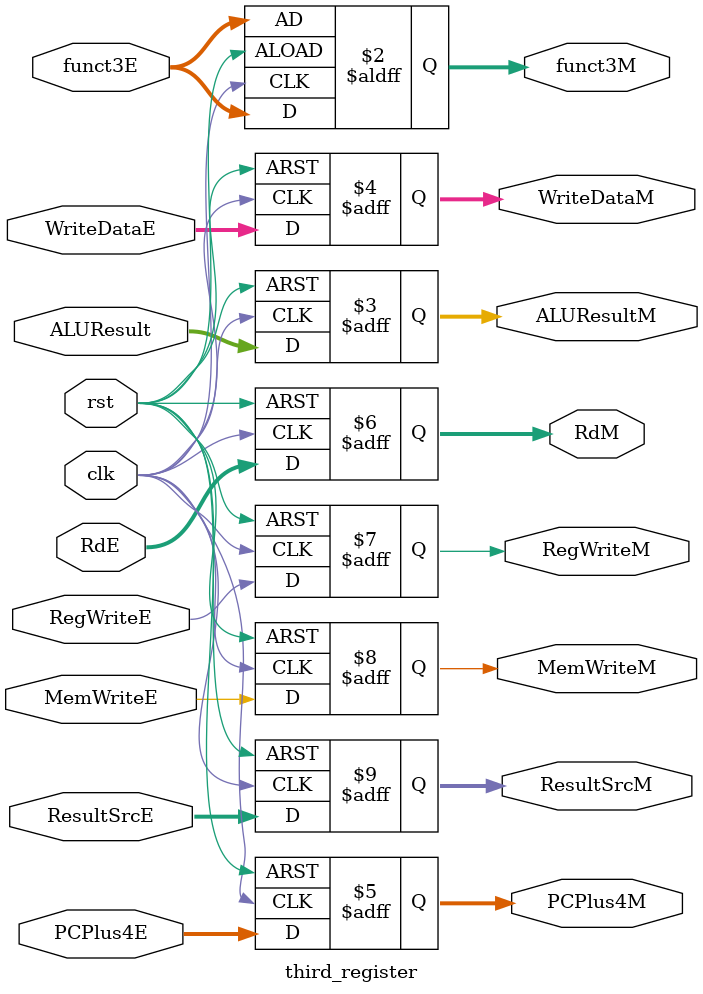
<source format=sv>
module third_register (
    input logic [31:0] WriteDataE,
    input logic [31:0] ALUResult,
    input logic [31:0] PCPlus4E,
    input logic [4:0]  RdE,
    input logic        clk,
    input logic        rst,
    input logic        RegWriteE,
    input logic        MemWriteE,
    input logic [1:0]  ResultSrcE,
	 input logic [2:0] funct3E,
	 output logic [2:0] funct3M,
    output logic [31:0] ALUResultM,
    output logic [31:0] WriteDataM,
    output logic [31:0] PCPlus4M,
    output logic [4:0]  RdM,
    output logic        RegWriteM,
    output logic        MemWriteM,
    output logic [1:0]  ResultSrcM
);

    always_ff @(posedge clk or posedge rst) begin
        if (rst) begin
            RegWriteM  <= 1'b0;
            MemWriteM  <= 1'b0;
            ResultSrcM <= 2'b00;
            ALUResultM <= 32'd0;
            WriteDataM <= 32'd0;
            RdM        <= 5'd0;
            PCPlus4M   <= 32'd0;
				funct3M    <= funct3E;
        end
        else begin
            RegWriteM  <= RegWriteE;
            MemWriteM  <= MemWriteE;
            ResultSrcM <= ResultSrcE;
            ALUResultM <= ALUResult;
            WriteDataM <= WriteDataE;
            RdM        <= RdE;
            PCPlus4M   <= PCPlus4E;
				funct3M    <= funct3E;
        end
    end
endmodule

</source>
